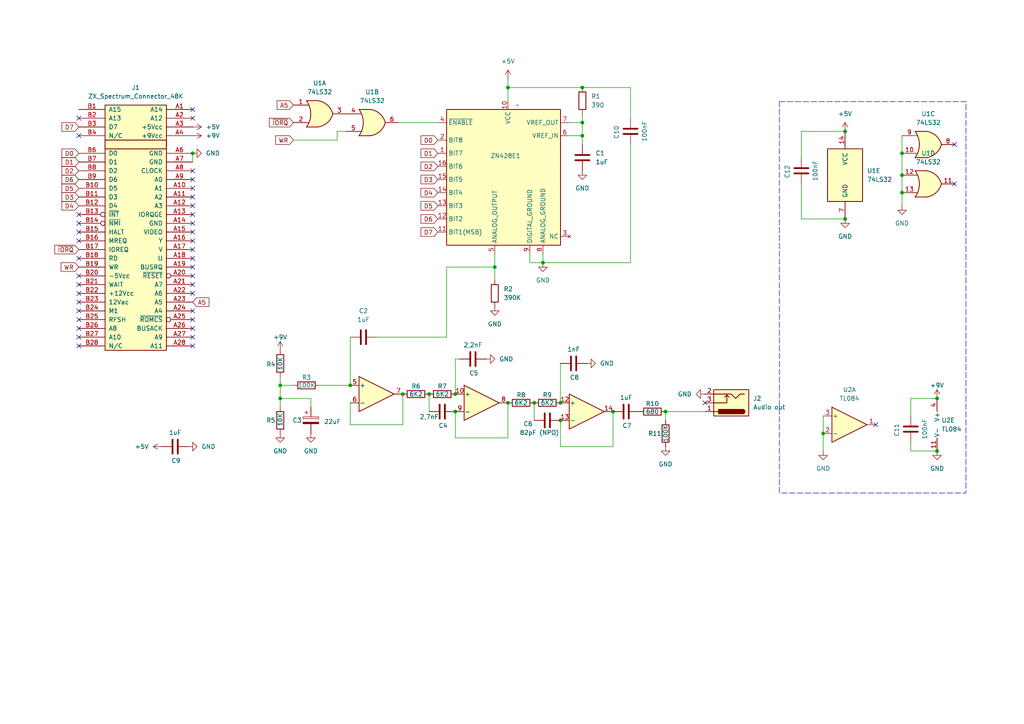
<source format=kicad_sch>
(kicad_sch (version 20231120) (generator "eeschema") (generator_version "8.0")
  (paper "A4")
  (title_block (title "ZX Spectrum - Specdrum Interface re-created") (date "2025-02-27") (rev "1.1"))
  (lib_symbols
    (symbol "74xx:74LS32" (pin_names (offset 1.016))
      (property "Reference" "U" (at 0 1.27 0))
      (property "Value" "74LS32" (at 0 -1.27 0))
      (symbol "74LS32_1_1"
        (arc (start -3.81 -3.81) (mid -2.589 0) (end -3.81 3.81) (stroke (width 0.254)))
        (arc (start -0.6096 -3.81) (mid 2.1842 -2.5851) (end 3.81 0) (stroke (width 0.254)) (fill (type background)))
        (polyline (pts (xy -3.81 -3.81) (xy -0.635 -3.81)) (stroke (width 0.254)) (fill (type background)))
        (polyline (pts (xy -3.81 3.81) (xy -0.635 3.81)) (stroke (width 0.254)) (fill (type background)))
        (polyline (pts (xy -0.635 3.81) (xy -3.81 3.81) (xy -3.81 3.81) (xy -3.556 3.4036) (xy -3.0226 2.2606) (xy -2.6924 1.0414) (xy -2.6162 -0.254) (xy -2.7686 -1.4986) (xy -3.175 -2.7178) (xy -3.81 -3.81) (xy -3.81 -3.81) (xy -0.635 -3.81)) (stroke (width -25.4)) (fill (type background)))
        (arc (start 3.81 0) (mid 2.1915 2.5936) (end -0.6096 3.81) (stroke (width 0.254)) (fill (type background)))
        (pin input line (at -7.62 2.54 0) (length 4.318) (name "~") (number "1"))
        (pin input line (at -7.62 -2.54 0) (length 4.318) (name "~") (number "2"))
        (pin output line (at 7.62 0 180) (length 3.81) (name "~") (number "3"))
      )
      (symbol "74LS32_1_2"
        (arc (start 0 -3.81) (mid 3.7934 0) (end 0 3.81) (stroke (width 0.254)) (fill (type background)))
        (polyline (pts (xy 0 3.81) (xy -3.81 3.81) (xy -3.81 -3.81) (xy 0 -3.81)) (stroke (width 0.254)) (fill (type background)))
        (pin input inverted (at -7.62 2.54 0) (length 3.81) (name "~") (number "1"))
        (pin input inverted (at -7.62 -2.54 0) (length 3.81) (name "~") (number "2"))
        (pin output inverted (at 7.62 0 180) (length 3.81) (name "~") (number "3"))
      )
      (symbol "74LS32_2_1"
        (arc (start -3.81 -3.81) (mid -2.589 0) (end -3.81 3.81) (stroke (width 0.254)))
        (arc (start -0.6096 -3.81) (mid 2.1842 -2.5851) (end 3.81 0) (stroke (width 0.254)) (fill (type background)))
        (polyline (pts (xy -3.81 -3.81) (xy -0.635 -3.81)) (stroke (width 0.254)) (fill (type background)))
        (polyline (pts (xy -3.81 3.81) (xy -0.635 3.81)) (stroke (width 0.254)) (fill (type background)))
        (polyline (pts (xy -0.635 3.81) (xy -3.81 3.81) (xy -3.81 3.81) (xy -3.556 3.4036) (xy -3.0226 2.2606) (xy -2.6924 1.0414) (xy -2.6162 -0.254) (xy -2.7686 -1.4986) (xy -3.175 -2.7178) (xy -3.81 -3.81) (xy -3.81 -3.81) (xy -0.635 -3.81)) (stroke (width -25.4)) (fill (type background)))
        (arc (start 3.81 0) (mid 2.1915 2.5936) (end -0.6096 3.81) (stroke (width 0.254)) (fill (type background)))
        (pin input line (at -7.62 2.54 0) (length 4.318) (name "~") (number "4"))
        (pin input line (at -7.62 -2.54 0) (length 4.318) (name "~") (number "5"))
        (pin output line (at 7.62 0 180) (length 3.81) (name "~") (number "6"))
      )
      (symbol "74LS32_2_2"
        (arc (start 0 -3.81) (mid 3.7934 0) (end 0 3.81) (stroke (width 0.254)) (fill (type background)))
        (polyline (pts (xy 0 3.81) (xy -3.81 3.81) (xy -3.81 -3.81) (xy 0 -3.81)) (stroke (width 0.254)) (fill (type background)))
        (pin input inverted (at -7.62 2.54 0) (length 3.81) (name "~") (number "4"))
        (pin input inverted (at -7.62 -2.54 0) (length 3.81) (name "~") (number "5"))
        (pin output inverted (at 7.62 0 180) (length 3.81) (name "~") (number "6"))
      )
      (symbol "74LS32_3_1"
        (arc (start -3.81 -3.81) (mid -2.589 0) (end -3.81 3.81) (stroke (width 0.254)))
        (arc (start -0.6096 -3.81) (mid 2.1842 -2.5851) (end 3.81 0) (stroke (width 0.254)) (fill (type background)))
        (polyline (pts (xy -3.81 -3.81) (xy -0.635 -3.81)) (stroke (width 0.254)) (fill (type background)))
        (polyline (pts (xy -3.81 3.81) (xy -0.635 3.81)) (stroke (width 0.254)) (fill (type background)))
        (polyline (pts (xy -0.635 3.81) (xy -3.81 3.81) (xy -3.81 3.81) (xy -3.556 3.4036) (xy -3.0226 2.2606) (xy -2.6924 1.0414) (xy -2.6162 -0.254) (xy -2.7686 -1.4986) (xy -3.175 -2.7178) (xy -3.81 -3.81) (xy -3.81 -3.81) (xy -0.635 -3.81)) (stroke (width -25.4)) (fill (type background)))
        (arc (start 3.81 0) (mid 2.1915 2.5936) (end -0.6096 3.81) (stroke (width 0.254)) (fill (type background)))
        (pin input line (at -7.62 -2.54 0) (length 4.318) (name "~") (number "10"))
        (pin output line (at 7.62 0 180) (length 3.81) (name "~") (number "8"))
        (pin input line (at -7.62 2.54 0) (length 4.318) (name "~") (number "9"))
      )
      (symbol "74LS32_3_2"
        (arc (start 0 -3.81) (mid 3.7934 0) (end 0 3.81) (stroke (width 0.254)) (fill (type background)))
        (polyline (pts (xy 0 3.81) (xy -3.81 3.81) (xy -3.81 -3.81) (xy 0 -3.81)) (stroke (width 0.254)) (fill (type background)))
        (pin input inverted (at -7.62 -2.54 0) (length 3.81) (name "~") (number "10"))
        (pin output inverted (at 7.62 0 180) (length 3.81) (name "~") (number "8"))
        (pin input inverted (at -7.62 2.54 0) (length 3.81) (name "~") (number "9"))
      )
      (symbol "74LS32_4_1"
        (arc (start -3.81 -3.81) (mid -2.589 0) (end -3.81 3.81) (stroke (width 0.254)))
        (arc (start -0.6096 -3.81) (mid 2.1842 -2.5851) (end 3.81 0) (stroke (width 0.254)) (fill (type background)))
        (polyline (pts (xy -3.81 -3.81) (xy -0.635 -3.81)) (stroke (width 0.254)) (fill (type background)))
        (polyline (pts (xy -3.81 3.81) (xy -0.635 3.81)) (stroke (width 0.254)) (fill (type background)))
        (polyline (pts (xy -0.635 3.81) (xy -3.81 3.81) (xy -3.81 3.81) (xy -3.556 3.4036) (xy -3.0226 2.2606) (xy -2.6924 1.0414) (xy -2.6162 -0.254) (xy -2.7686 -1.4986) (xy -3.175 -2.7178) (xy -3.81 -3.81) (xy -3.81 -3.81) (xy -0.635 -3.81)) (stroke (width -25.4)) (fill (type background)))
        (arc (start 3.81 0) (mid 2.1915 2.5936) (end -0.6096 3.81) (stroke (width 0.254)) (fill (type background)))
        (pin output line (at 7.62 0 180) (length 3.81) (name "~") (number "11"))
        (pin input line (at -7.62 2.54 0) (length 4.318) (name "~") (number "12"))
        (pin input line (at -7.62 -2.54 0) (length 4.318) (name "~") (number "13"))
      )
      (symbol "74LS32_4_2"
        (arc (start 0 -3.81) (mid 3.7934 0) (end 0 3.81) (stroke (width 0.254)) (fill (type background)))
        (polyline (pts (xy 0 3.81) (xy -3.81 3.81) (xy -3.81 -3.81) (xy 0 -3.81)) (stroke (width 0.254)) (fill (type background)))
        (pin output inverted (at 7.62 0 180) (length 3.81) (name "~") (number "11"))
        (pin input inverted (at -7.62 2.54 0) (length 3.81) (name "~") (number "12"))
        (pin input inverted (at -7.62 -2.54 0) (length 3.81) (name "~") (number "13"))
      )
      (symbol "74LS32_5_0"
        (pin power_in line (at 0 12.7 270) (length 5.08) (name "VCC") (number "14"))
        (pin power_in line (at 0 -12.7 90) (length 5.08) (name "GND") (number "7"))
      )
      (symbol "74LS32_5_1"
        (rectangle (start -5.08 7.62) (end 5.08 -7.62) (stroke (width 0.254)) (fill (type background)))
      )
    )
    (symbol "Amplifier_Operational:TL084" (pin_names (offset 0.127))
      (property "Reference" "U" (at 0 5.08 0))
      (property "Value" "TL084" (at 0 -5.08 0))
      (symbol "TL084_1_1"
        (polyline (pts (xy -5.08 5.08) (xy 5.08 0) (xy -5.08 -5.08) (xy -5.08 5.08)) (stroke (width 0.254)) (fill (type background)))
        (pin output line (at 7.62 0 180) (length 2.54) (name "~") (number "1"))
        (pin input line (at -7.62 -2.54 0) (length 2.54) (name "-") (number "2"))
        (pin input line (at -7.62 2.54 0) (length 2.54) (name "+") (number "3"))
      )
      (symbol "TL084_2_1"
        (polyline (pts (xy -5.08 5.08) (xy 5.08 0) (xy -5.08 -5.08) (xy -5.08 5.08)) (stroke (width 0.254)) (fill (type background)))
        (pin input line (at -7.62 2.54 0) (length 2.54) (name "+") (number "5"))
        (pin input line (at -7.62 -2.54 0) (length 2.54) (name "-") (number "6"))
        (pin output line (at 7.62 0 180) (length 2.54) (name "~") (number "7"))
      )
      (symbol "TL084_3_1"
        (polyline (pts (xy -5.08 5.08) (xy 5.08 0) (xy -5.08 -5.08) (xy -5.08 5.08)) (stroke (width 0.254)) (fill (type background)))
        (pin input line (at -7.62 2.54 0) (length 2.54) (name "+") (number "10"))
        (pin output line (at 7.62 0 180) (length 2.54) (name "~") (number "8"))
        (pin input line (at -7.62 -2.54 0) (length 2.54) (name "-") (number "9"))
      )
      (symbol "TL084_4_1"
        (polyline (pts (xy -5.08 5.08) (xy 5.08 0) (xy -5.08 -5.08) (xy -5.08 5.08)) (stroke (width 0.254)) (fill (type background)))
        (pin input line (at -7.62 2.54 0) (length 2.54) (name "+") (number "12"))
        (pin input line (at -7.62 -2.54 0) (length 2.54) (name "-") (number "13"))
        (pin output line (at 7.62 0 180) (length 2.54) (name "~") (number "14"))
      )
      (symbol "TL084_5_1"
        (pin power_in line (at -2.54 -7.62 90) (length 3.81) (name "V-") (number "11"))
        (pin power_in line (at -2.54 7.62 270) (length 3.81) (name "V+") (number "4"))
      )
    )
    (symbol "Device:C" (pin_numbers hide) (pin_names (offset 0.254))
      (property "Reference" "C" (at 0.635 2.54 0))
      (property "Value" "C" (at 0.635 -2.54 0))
      (symbol "C_0_1"
        (polyline (pts (xy -2.032 -0.762) (xy 2.032 -0.762)) (stroke (width 0.508)))
        (polyline (pts (xy -2.032 0.762) (xy 2.032 0.762)) (stroke (width 0.508)))
      )
      (symbol "C_1_1"
        (pin passive line (at 0 3.81 270) (length 2.794) (name "~") (number "1"))
        (pin passive line (at 0 -3.81 90) (length 2.794) (name "~") (number "2"))
      )
    )
    (symbol "Device:C_Polarized" (pin_numbers hide) (pin_names (offset 0.254))
      (property "Reference" "C" (at 0.635 2.54 0))
      (property "Value" "C_Polarized" (at 0.635 -2.54 0))
      (symbol "C_Polarized_0_1"
        (rectangle (start -2.286 0.508) (end 2.286 1.016))
        (polyline (pts (xy -1.778 2.286) (xy -0.762 2.286)))
        (polyline (pts (xy -1.27 2.794) (xy -1.27 1.778)))
        (rectangle (start 2.286 -0.508) (end -2.286 -1.016) (fill (type outline)))
      )
      (symbol "C_Polarized_1_1"
        (pin passive line (at 0 3.81 270) (length 2.794) (name "~") (number "1"))
        (pin passive line (at 0 -3.81 90) (length 2.794) (name "~") (number "2"))
      )
    )
    (symbol "Device:R" (pin_numbers hide) (pin_names (offset 0))
      (property "Reference" "R" (at 2.032 0 90))
      (property "Value" "R" (at 0 0 90))
      (symbol "R_0_1"
        (rectangle (start -1.016 -2.54) (end 1.016 2.54) (stroke (width 0.254)))
      )
      (symbol "R_1_1"
        (pin passive line (at 0 3.81 270) (length 1.27) (name "~") (number "1"))
        (pin passive line (at 0 -3.81 90) (length 1.27) (name "~") (number "2"))
      )
    )
    (symbol "ZXINFO_SYMBOL:Barrel_Jack_Switch" (pin_names hide)
      (property "Reference" "J2" (at -1.27 5.08 90))
      (property "Value" "Input (MIC)" (at 1.27 5.08 90))
      (symbol "Barrel_Jack_Switch_0_1"
        (rectangle (start -5.08 3.81) (end 5.08 -3.81) (stroke (width 0.254)) (fill (type background)))
        (arc (start -3.302 3.175) (mid -3.9343 2.54) (end -3.302 1.905) (stroke (width 0.254)))
        (arc (start -3.302 3.175) (mid -3.9343 2.54) (end -3.302 1.905) (stroke (width 0.254)) (fill (type outline)))
        (polyline (pts (xy 1.27 -2.286) (xy 1.905 -1.651)) (stroke (width 0.254)))
        (polyline (pts (xy 5.08 2.54) (xy 3.81 2.54)) (stroke (width 0.254)))
        (polyline (pts (xy 5.08 0) (xy 1.27 0) (xy 1.27 -2.286) (xy 0.635 -1.651)) (stroke (width 0.254)))
        (polyline (pts (xy -3.81 -2.54) (xy -2.54 -2.54) (xy -1.27 -1.27) (xy 0 -2.54) (xy 2.54 -2.54) (xy 5.08 -2.54)) (stroke (width 0.254)))
        (rectangle (start 3.683 3.175) (end -3.302 1.905) (stroke (width 0.254)) (fill (type outline)))
      )
      (symbol "Barrel_Jack_Switch_1_1"
        (pin passive line (at 7.62 2.54 180) (length 2.54) (name "~") (number "1"))
        (pin passive line (at 7.62 -2.54 180) (length 2.54) (name "~") (number "2"))
        (pin passive line (at 7.62 0 180) (length 2.54) (name "~") (number "3"))
      )
    )
    (symbol "ZXINFO_SYMBOL:ZN428E8"
      (property "Reference" "ZN428E8" (at -12.446 -28.448 0))
      (symbol "ZN428E8_0_1"
        (rectangle (start -17.78 13.97) (end 15.24 -25.4) (stroke (width 0.254)) (fill (type background)))
      )
      (symbol "ZN428E8_1_0"
        (pin input line (at -20.32 1.27 0) (length 2.54) (name "BIT7") (number "1"))
        (pin input line (at -20.32 -2.54 0) (length 2.54) (name "BIT6") (number "16"))
        (pin power_in line (at 10.16 -27.94 90) (length 2.54) (name "ANALOG_GROUND") (number "8"))
        (pin passive line (at 6.35 -27.94 90) (length 2.54) (name "DIGITAL_GROUND") (number "9"))
      )
      (symbol "ZN428E8_1_1"
        (pin power_in line (at 0 16.51 270) (length 2.54) (name "VCC") (number "10"))
        (pin input line (at -20.32 -21.59 0) (length 2.54) (name "BIT1(MSB)") (number "11"))
        (pin input line (at -20.32 -17.78 0) (length 2.54) (name "BIT2") (number "12"))
        (pin input line (at -20.32 -13.97 0) (length 2.54) (name "BIT3") (number "13"))
        (pin input line (at -20.32 -10.16 0) (length 2.54) (name "BIT4") (number "14"))
        (pin input line (at -20.32 -6.35 0) (length 2.54) (name "BIT5") (number "15"))
        (pin input line (at -20.32 5.08 0) (length 2.54) (name "BIT8") (number "2"))
        (pin no_connect line (at 17.78 -22.86 180) (length 2.54) (name "NC") (number "3"))
        (pin input line (at -20.32 10.16 0) (length 2.54) (name "~{ENABLE}") (number "4"))
        (pin output line (at -3.81 -27.94 90) (length 2.54) (name "ANALOG_OUTPUT") (number "5"))
        (pin input line (at 17.78 6.35 180) (length 2.54) (name "VREF_IN") (number "6"))
        (pin output line (at 17.78 10.16 180) (length 2.54) (name "VREF_OUT") (number "7"))
      )
    )
    (symbol "ZXINFO_SYMBOL:ZX_Spectrum_Connector_48K" (pin_names (offset 1.016))
      (property "Reference" "J1" (at 0 40.64 0))
      (property "Value" "ZX_Spectrum_Connector_48K" (at 0 38.1 0))
      (symbol "ZX_Spectrum_Connector_48K_1_1"
        (rectangle (start -8.89 25.4) (end 8.89 22.86) (stroke (width 0.254)))
        (rectangle (start -8.89 35.56) (end 8.89 -35.56) (stroke (width 0.254)) (fill (type background)))
        (pin bidirectional line (at 16.51 34.29 180) (length 7.62) (name "A14") (number "A1"))
        (pin bidirectional line (at 16.51 11.43 180) (length 7.62) (name "A1") (number "A10"))
        (pin bidirectional line (at 16.51 8.89 180) (length 7.62) (name "A2") (number "A11"))
        (pin bidirectional line (at 16.51 6.35 180) (length 7.62) (name "A3") (number "A12"))
        (pin bidirectional line (at 16.51 3.81 180) (length 7.62) (name "IORQGE") (number "A13"))
        (pin bidirectional line (at 16.51 1.27 180) (length 7.62) (name "GND") (number "A14"))
        (pin bidirectional line (at 16.51 -1.27 180) (length 7.62) (name "VIDEO") (number "A15"))
        (pin bidirectional line (at 16.51 -3.81 180) (length 7.62) (name "Y") (number "A16"))
        (pin bidirectional line (at 16.51 -6.35 180) (length 7.62) (name "V") (number "A17"))
        (pin bidirectional line (at 16.51 -8.89 180) (length 7.62) (name "U") (number "A18"))
        (pin bidirectional line (at 16.51 -11.43 180) (length 7.62) (name "BUSRQ") (number "A19"))
        (pin bidirectional line (at 16.51 31.75 180) (length 7.62) (name "A12") (number "A2"))
        (pin bidirectional inverted (at 16.51 -13.97 180) (length 7.62) (name "~{RESET}") (number "A20"))
        (pin bidirectional line (at 16.51 -16.51 180) (length 7.62) (name "A7") (number "A21"))
        (pin bidirectional line (at 16.51 -19.05 180) (length 7.62) (name "A6") (number "A22"))
        (pin bidirectional line (at 16.51 -21.59 180) (length 7.62) (name "A5") (number "A23"))
        (pin bidirectional line (at 16.51 -24.13 180) (length 7.62) (name "A4") (number "A24"))
        (pin bidirectional inverted (at 16.51 -26.67 180) (length 7.62) (name "~{ROMCS}") (number "A25"))
        (pin bidirectional line (at 16.51 -29.21 180) (length 7.62) (name "BUSACK") (number "A26"))
        (pin bidirectional line (at 16.51 -31.75 180) (length 7.62) (name "A9") (number "A27"))
        (pin bidirectional line (at 16.51 -34.29 180) (length 7.62) (name "A11") (number "A28"))
        (pin bidirectional line (at 16.51 29.21 180) (length 7.62) (name "+5Vcc") (number "A3"))
        (pin bidirectional line (at 16.51 26.67 180) (length 7.62) (name "+9Vcc") (number "A4"))
        (pin bidirectional line (at 16.51 21.59 180) (length 7.62) (name "GND") (number "A6"))
        (pin bidirectional line (at 16.51 19.05 180) (length 7.62) (name "GND") (number "A7"))
        (pin bidirectional line (at 16.51 16.51 180) (length 7.62) (name "CLOCK") (number "A8"))
        (pin bidirectional line (at 16.51 13.97 180) (length 7.62) (name "A0") (number "A9"))
        (pin bidirectional line (at -16.51 34.29 0) (length 7.62) (name "A15") (number "B1"))
        (pin bidirectional line (at -16.51 11.43 0) (length 7.62) (name "D5") (number "B10"))
        (pin bidirectional line (at -16.51 8.89 0) (length 7.62) (name "D3") (number "B11"))
        (pin bidirectional line (at -16.51 6.35 0) (length 7.62) (name "D4") (number "B12"))
        (pin bidirectional inverted (at -16.51 3.81 0) (length 7.62) (name "~{INT}") (number "B13"))
        (pin bidirectional inverted (at -16.51 1.27 0) (length 7.62) (name "~{NMI}") (number "B14"))
        (pin bidirectional line (at -16.51 -1.27 0) (length 7.62) (name "HALT") (number "B15"))
        (pin bidirectional line (at -16.51 -3.81 0) (length 7.62) (name "MREQ") (number "B16"))
        (pin bidirectional line (at -16.51 -6.35 0) (length 7.62) (name "IOREQ") (number "B17"))
        (pin bidirectional line (at -16.51 -8.89 0) (length 7.62) (name "RD") (number "B18"))
        (pin bidirectional line (at -16.51 -11.43 0) (length 7.62) (name "WR") (number "B19"))
        (pin bidirectional line (at -16.51 31.75 0) (length 7.62) (name "A13") (number "B2"))
        (pin bidirectional line (at -16.51 -13.97 0) (length 7.62) (name "-5Vcc") (number "B20"))
        (pin bidirectional line (at -16.51 -16.51 0) (length 7.62) (name "WAIT") (number "B21"))
        (pin bidirectional line (at -16.51 -19.05 0) (length 7.62) (name "+12Vcc") (number "B22"))
        (pin bidirectional line (at -16.51 -21.59 0) (length 7.62) (name "12Vac") (number "B23"))
        (pin bidirectional line (at -16.51 -24.13 0) (length 7.62) (name "M1") (number "B24"))
        (pin bidirectional line (at -16.51 -26.67 0) (length 7.62) (name "RFSH") (number "B25"))
        (pin bidirectional line (at -16.51 -29.21 0) (length 7.62) (name "A8") (number "B26"))
        (pin bidirectional line (at -16.51 -31.75 0) (length 7.62) (name "A10") (number "B27"))
        (pin unspecified line (at -16.51 -34.29 0) (length 7.62) (name "N/C") (number "B28"))
        (pin bidirectional line (at -16.51 29.21 0) (length 7.62) (name "D7") (number "B3"))
        (pin unspecified line (at -16.51 26.67 0) (length 7.62) (name "N/C") (number "B4"))
        (pin bidirectional line (at -16.51 21.59 0) (length 7.62) (name "D0") (number "B6"))
        (pin bidirectional line (at -16.51 19.05 0) (length 7.62) (name "D1") (number "B7"))
        (pin bidirectional line (at -16.51 16.51 0) (length 7.62) (name "D2") (number "B8"))
        (pin bidirectional line (at -16.51 13.97 0) (length 7.62) (name "D6") (number "B9"))
      )
    )
    (symbol "power:+5V" (power) (pin_numbers hide) (pin_names (offset 0) hide)
      (property "Value" "+5V" (at 0 3.556 0))
      (symbol "+5V_0_1"
        (polyline (pts (xy -0.762 1.27) (xy 0 2.54)))
        (polyline (pts (xy 0 0) (xy 0 2.54)))
        (polyline (pts (xy 0 2.54) (xy 0.762 1.27)))
      )
      (symbol "+5V_1_1"
        (pin power_in line (at 0 0 90) (length 0) (name "~") (number "1"))
      )
    )
    (symbol "power:+9V" (power) (pin_numbers hide) (pin_names (offset 0) hide)
      (property "Value" "+9V" (at 0 3.556 0))
      (symbol "+9V_0_1"
        (polyline (pts (xy -0.762 1.27) (xy 0 2.54)))
        (polyline (pts (xy 0 0) (xy 0 2.54)))
        (polyline (pts (xy 0 2.54) (xy 0.762 1.27)))
      )
      (symbol "+9V_1_1"
        (pin power_in line (at 0 0 90) (length 0) (name "~") (number "1"))
      )
    )
    (symbol "power:GND" (power) (pin_numbers hide) (pin_names (offset 0) hide)
      (property "Value" "GND" (at 0 -3.81 0))
      (symbol "GND_0_1"
        (polyline (pts (xy 0 0) (xy 0 -1.27) (xy 1.27 -1.27) (xy 0 -2.54) (xy -1.27 -1.27) (xy 0 -1.27)))
      )
      (symbol "GND_1_1"
        (pin power_in line (at 0 0 270) (length 0) (name "~") (number "1"))
      )
    )
  )
  (junction (at 116.84 114.3))
  (junction (at 101.6 111.76))
  (junction (at 55.88 44.45))
  (junction (at 245.11 63.5))
  (junction (at 261.62 44.45))
  (junction (at 168.91 39.37))
  (junction (at 168.91 25.4))
  (junction (at 143.51 77.47))
  (junction (at 168.91 35.56))
  (junction (at 81.28 115.57))
  (junction (at 81.28 111.76))
  (junction (at 271.78 130.81))
  (junction (at 261.62 50.8))
  (junction (at 147.32 25.4))
  (junction (at 147.32 116.84))
  (junction (at 261.62 55.88))
  (junction (at 124.46 114.3))
  (junction (at 157.48 76.2))
  (junction (at 162.56 121.92))
  (junction (at 245.11 38.1))
  (junction (at 271.78 115.57))
  (junction (at 238.76 125.73))
  (junction (at 193.04 119.38))
  (junction (at 162.56 116.84))
  (junction (at 177.8 119.38))
  (junction (at 132.08 114.3))
  (junction (at 154.94 116.84))
  (junction (at 132.08 119.38))
  (no_connect (at 55.88 54.61))
  (no_connect (at 22.86 97.79))
  (no_connect (at 22.86 39.37))
  (no_connect (at 55.88 52.07))
  (no_connect (at 55.88 80.01))
  (no_connect (at 254 123.19))
  (no_connect (at 276.86 41.91))
  (no_connect (at 55.88 69.85))
  (no_connect (at 55.88 57.15))
  (no_connect (at 22.86 67.31))
  (no_connect (at 22.86 80.01))
  (no_connect (at 22.86 82.55))
  (no_connect (at 276.86 53.34))
  (no_connect (at 55.88 62.23))
  (no_connect (at 55.88 92.71))
  (no_connect (at 22.86 69.85))
  (no_connect (at 22.86 85.09))
  (no_connect (at 55.88 74.93))
  (no_connect (at 55.88 97.79))
  (no_connect (at 22.86 95.25))
  (no_connect (at 55.88 82.55))
  (no_connect (at 55.88 85.09))
  (no_connect (at 55.88 100.33))
  (no_connect (at 55.88 67.31))
  (no_connect (at 22.86 34.29))
  (no_connect (at 55.88 31.75))
  (no_connect (at 22.86 100.33))
  (no_connect (at 22.86 87.63))
  (no_connect (at 55.88 90.17))
  (no_connect (at 55.88 72.39))
  (no_connect (at 22.86 62.23))
  (no_connect (at 55.88 64.77))
  (no_connect (at 55.88 49.53))
  (no_connect (at 55.88 34.29))
  (no_connect (at 55.88 95.25))
  (no_connect (at 22.86 90.17))
  (no_connect (at 55.88 59.69))
  (no_connect (at 204.47 116.84))
  (no_connect (at 22.86 92.71))
  (no_connect (at 22.86 64.77))
  (no_connect (at 55.88 77.47))
  (no_connect (at 22.86 74.93))
  (wire (pts (xy 101.6 97.79) (xy 101.6 111.76)))
  (wire (pts (xy 124.46 114.3) (xy 124.46 119.38)))
  (wire (pts (xy 97.79 38.1) (xy 100.33 38.1)))
  (wire (pts (xy 55.88 44.45) (xy 55.88 46.99)))
  (wire (pts (xy 97.79 40.64) (xy 97.79 38.1)))
  (wire (pts (xy 245.11 38.1) (xy 232.41 38.1)))
  (wire (pts (xy 132.08 104.14) (xy 132.08 114.3)))
  (wire (pts (xy 92.71 111.76) (xy 101.6 111.76)))
  (wire (pts (xy 232.41 38.1) (xy 232.41 45.72)))
  (wire (pts (xy 261.62 50.8) (xy 261.62 55.88)))
  (wire (pts (xy 85.09 40.64) (xy 97.79 40.64)))
  (wire (pts (xy 168.91 33.02) (xy 168.91 35.56)))
  (wire (pts (xy 157.48 73.66) (xy 157.48 76.2)))
  (wire (pts (xy 109.22 97.79) (xy 129.54 97.79)))
  (wire (pts (xy 81.28 111.76) (xy 85.09 111.76)))
  (wire (pts (xy 147.32 25.4) (xy 147.32 29.21)))
  (wire (pts (xy 129.54 77.47) (xy 143.51 77.47)))
  (wire (pts (xy 261.62 55.88) (xy 261.62 59.69)))
  (wire (pts (xy 81.28 115.57) (xy 81.28 118.11)))
  (wire (pts (xy 143.51 73.66) (xy 143.51 77.47)))
  (wire (pts (xy 157.48 76.2) (xy 182.88 76.2)))
  (wire (pts (xy 168.91 25.4) (xy 182.88 25.4)))
  (wire (pts (xy 177.8 119.38) (xy 177.8 129.54)))
  (wire (pts (xy 147.32 25.4) (xy 168.91 25.4)))
  (wire (pts (xy 238.76 125.73) (xy 238.76 130.81)))
  (wire (pts (xy 147.32 116.84) (xy 147.32 127)))
  (wire (pts (xy 147.32 22.86) (xy 147.32 25.4)))
  (wire (pts (xy 133.35 104.14) (xy 132.08 104.14)))
  (wire (pts (xy 81.28 115.57) (xy 90.17 115.57)))
  (wire (pts (xy 153.67 73.66) (xy 153.67 76.2)))
  (wire (pts (xy 264.16 128.27) (xy 264.16 130.81)))
  (wire (pts (xy 182.88 34.29) (xy 182.88 25.4)))
  (wire (pts (xy 101.6 116.84) (xy 101.6 123.19)))
  (wire (pts (xy 116.84 114.3) (xy 116.84 123.19)))
  (wire (pts (xy 143.51 77.47) (xy 143.51 81.28)))
  (wire (pts (xy 81.28 111.76) (xy 81.28 115.57)))
  (wire (pts (xy 101.6 123.19) (xy 116.84 123.19)))
  (wire (pts (xy 162.56 121.92) (xy 162.56 129.54)))
  (wire (pts (xy 238.76 120.65) (xy 238.76 125.73)))
  (wire (pts (xy 193.04 119.38) (xy 204.47 119.38)))
  (wire (pts (xy 264.16 130.81) (xy 271.78 130.81)))
  (wire (pts (xy 162.56 129.54) (xy 177.8 129.54)))
  (wire (pts (xy 165.1 39.37) (xy 168.91 39.37)))
  (wire (pts (xy 232.41 53.34) (xy 232.41 63.5)))
  (wire (pts (xy 182.88 41.91) (xy 182.88 76.2)))
  (wire (pts (xy 154.94 116.84) (xy 154.94 121.92)))
  (wire (pts (xy 261.62 44.45) (xy 261.62 50.8)))
  (wire (pts (xy 162.56 105.41) (xy 162.56 116.84)))
  (wire (pts (xy 132.08 127) (xy 147.32 127)))
  (wire (pts (xy 232.41 63.5) (xy 245.11 63.5)))
  (wire (pts (xy 261.62 39.37) (xy 261.62 44.45)))
  (wire (pts (xy 115.57 35.56) (xy 127 35.56)))
  (wire (pts (xy 264.16 115.57) (xy 271.78 115.57)))
  (wire (pts (xy 129.54 97.79) (xy 129.54 77.47)))
  (wire (pts (xy 153.67 76.2) (xy 157.48 76.2)))
  (wire (pts (xy 165.1 35.56) (xy 168.91 35.56)))
  (wire (pts (xy 81.28 109.22) (xy 81.28 111.76)))
  (wire (pts (xy 168.91 35.56) (xy 168.91 39.37)))
  (wire (pts (xy 132.08 119.38) (xy 132.08 127)))
  (wire (pts (xy 90.17 118.11) (xy 90.17 115.57)))
  (wire (pts (xy 193.04 121.92) (xy 193.04 119.38)))
  (wire (pts (xy 264.16 120.65) (xy 264.16 115.57)))
  (wire (pts (xy 168.91 39.37) (xy 168.91 41.91)))
  (rectangle (start 226.06 29.464) (end 280.162 143.002) (stroke (width 0) (type dash)))
  (global_label "D3" (shape input) (at 22.86 57.15 180) (property "Intersheetrefs" "${INTERSHEET_REFS}" (effects (hide yes))))
  (global_label "D0" (shape input) (at 127 40.64 180) (property "Intersheetrefs" "${INTERSHEET_REFS}" (effects (hide yes))))
  (global_label "D6" (shape input) (at 22.86 52.07 180) (property "Intersheetrefs" "${INTERSHEET_REFS}" (effects (hide yes))))
  (global_label "D6" (shape input) (at 127 63.5 180) (property "Intersheetrefs" "${INTERSHEET_REFS}" (effects (hide yes))))
  (global_label "D5" (shape input) (at 127 59.69 180) (property "Intersheetrefs" "${INTERSHEET_REFS}" (effects (hide yes))))
  (global_label "WR" (shape input) (at 85.09 40.64 180) (property "Intersheetrefs" "${INTERSHEET_REFS}" (effects (hide yes))))
  (global_label "A5" (shape input) (at 55.88 87.63 0) (property "Intersheetrefs" "${INTERSHEET_REFS}" (effects (hide yes))))
  (global_label "D1" (shape input) (at 22.86 46.99 180) (property "Intersheetrefs" "${INTERSHEET_REFS}" (effects (hide yes))))
  (global_label "D4" (shape input) (at 127 55.88 180) (property "Intersheetrefs" "${INTERSHEET_REFS}" (effects (hide yes))))
  (global_label "D2" (shape input) (at 127 48.26 180) (property "Intersheetrefs" "${INTERSHEET_REFS}" (effects (hide yes))))
  (global_label "D4" (shape input) (at 22.86 59.69 180) (property "Intersheetrefs" "${INTERSHEET_REFS}" (effects (hide yes))))
  (global_label "WR" (shape input) (at 22.86 77.47 180) (property "Intersheetrefs" "${INTERSHEET_REFS}" (effects (hide yes))))
  (global_label "D5" (shape input) (at 22.86 54.61 180) (property "Intersheetrefs" "${INTERSHEET_REFS}" (effects (hide yes))))
  (global_label "D7" (shape input) (at 127 67.31 180) (property "Intersheetrefs" "${INTERSHEET_REFS}" (effects (hide yes))))
  (global_label "~{IORQ}" (shape input) (at 22.86 72.39 180) (property "Intersheetrefs" "${INTERSHEET_REFS}" (effects (hide yes))))
  (global_label "D2" (shape input) (at 22.86 49.53 180) (property "Intersheetrefs" "${INTERSHEET_REFS}" (effects (hide yes))))
  (global_label "D3" (shape input) (at 127 52.07 180) (property "Intersheetrefs" "${INTERSHEET_REFS}" (effects (hide yes))))
  (global_label "A5" (shape input) (at 85.09 30.48 180) (property "Intersheetrefs" "${INTERSHEET_REFS}" (effects (hide yes))))
  (global_label "D7" (shape input) (at 22.86 36.83 180) (property "Intersheetrefs" "${INTERSHEET_REFS}" (effects (hide yes))))
  (global_label "D0" (shape input) (at 22.86 44.45 180) (property "Intersheetrefs" "${INTERSHEET_REFS}" (effects (hide yes))))
  (global_label "D1" (shape input) (at 127 44.45 180) (property "Intersheetrefs" "${INTERSHEET_REFS}" (effects (hide yes))))
  (global_label "~{IORQ}" (shape input) (at 85.09 35.56 180) (property "Intersheetrefs" "${INTERSHEET_REFS}" (effects (hide yes))))
  (symbol (lib_id "power:GND") (at 271.78 130.81 0) (unit 1)
    (property "Reference" "#PWR012" (effects (hide yes)))
    (property "Value" "GND" (at 271.78 135.89 0))
    (property "Description" "Power symbol creates a global label with name \"GND\" , ground" (effects (hide yes)))
  )
  (symbol (lib_id "74xx:74LS32") (at 245.11 50.8 0) (unit 5)
    (property "Reference" "U1" (at 251.46 49.5299 0) (effects (justify left)))
    (property "Value" "74LS32" (at 251.46 52.0699 0) (effects (justify left)))
    (property "Footprint" "Package_DIP:DIP-14_W7.62mm_Socket" (effects (hide yes)))
    (property "Datasheet" "http://www.ti.com/lit/gpn/sn74LS32" (effects (hide yes)))
    (property "Description" "Quad 2-input OR" (effects (hide yes)))
  )
  (symbol (lib_id "ZXINFO_SYMBOL:ZX_Spectrum_Connector_48K") (at 39.37 66.04 0) (unit 1)
    (property "Reference" "J1" (at 39.37 25.4 0))
    (property "Value" "ZX_Spectrum_Connector_48K" (at 39.37 27.94 0))
    (property "Footprint" "ZXINFO_FOOTPRINT:EDGE_ZX_SPECTRUM" (effects (hide yes)))
  )
  (symbol (lib_id "power:+9V") (at 81.28 101.6 0) (unit 1)
    (property "Reference" "#PWR020" (effects (hide yes)))
    (property "Value" "+9V" (at 81.28 97.79 0))
    (property "Description" "Power symbol creates a global label with name \"+9V\"" (effects (hide yes)))
  )
  (symbol (lib_id "power:GND") (at 193.04 129.54 0) (unit 1)
    (property "Reference" "#PWR016" (effects (hide yes)))
    (property "Value" "GND" (at 193.04 134.62 0))
    (property "Description" "Power symbol creates a global label with name \"GND\" , ground" (effects (hide yes)))
  )
  (symbol (lib_id "power:GND") (at 238.76 130.81 0) (unit 1)
    (property "Reference" "#PWR018" (effects (hide yes)))
    (property "Value" "GND" (at 238.76 135.89 0))
    (property "Description" "Power symbol creates a global label with name \"GND\" , ground" (effects (hide yes)))
  )
  (symbol (lib_id "Device:C") (at 158.75 121.92 90) (unit 1)
    (property "Reference" "C6" (at 153.162 122.936 90))
    (property "Value" "82pF (NPO)" (at 156.464 125.476 90))
    (property "Footprint" "Capacitor_THT:C_Disc_D4.3mm_W1.9mm_P5.00mm" (effects (hide yes)))
    (property "Description" "Unpolarized capacitor" (effects (hide yes)))
  )
  (symbol (lib_id "Device:C") (at 137.16 104.14 90) (unit 1)
    (property "Reference" "C5" (at 137.414 108.204 90))
    (property "Value" "2,2nF" (at 137.16 100.076 90))
    (property "Footprint" "Capacitor_THT:C_Disc_D3.0mm_W1.6mm_P2.50mm" (effects (hide yes)))
    (property "Description" "Unpolarized capacitor" (effects (hide yes)))
  )
  (symbol (lib_id "Device:C") (at 105.41 97.79 90) (unit 1)
    (property "Reference" "C2" (at 105.41 90.17 90))
    (property "Value" "1uF" (at 105.41 92.71 90))
    (property "Footprint" "Capacitor_THT:C_Disc_D4.3mm_W1.9mm_P5.00mm" (effects (hide yes)))
    (property "Description" "Unpolarized capacitor" (effects (hide yes)))
  )
  (symbol (lib_id "Device:R") (at 81.28 105.41 180) (unit 1)
    (property "Reference" "R4" (at 77.216 105.664 0) (effects (justify right)))
    (property "Value" "10K" (at 81.28 107.442 90) (effects (justify right)))
    (property "Footprint" "Resistor_THT:R_Axial_DIN0207_L6.3mm_D2.5mm_P10.16mm_Horizontal" (effects (hide yes)))
    (property "Description" "Resistor" (effects (hide yes)))
  )
  (symbol (lib_id "power:GND") (at 90.17 125.73 0) (unit 1)
    (property "Reference" "#PWR014" (effects (hide yes)))
    (property "Value" "GND" (at 90.17 130.81 0))
    (property "Description" "Power symbol creates a global label with name \"GND\" , ground" (effects (hide yes)))
  )
  (symbol (lib_id "Device:R") (at 168.91 29.21 0) (unit 1)
    (property "Reference" "R1" (at 171.45 27.9399 0) (effects (justify left)))
    (property "Value" "390" (at 171.45 30.4799 0) (effects (justify left)))
    (property "Footprint" "Resistor_THT:R_Axial_DIN0207_L6.3mm_D2.5mm_P10.16mm_Horizontal" (effects (hide yes)))
    (property "Description" "Resistor" (effects (hide yes)))
  )
  (symbol (lib_id "power:GND") (at 143.51 88.9 0) (unit 1)
    (property "Reference" "#PWR010" (effects (hide yes)))
    (property "Value" "GND" (at 143.51 93.98 0))
    (property "Description" "Power symbol creates a global label with name \"GND\" , ground" (effects (hide yes)))
  )
  (symbol (lib_id "Device:R") (at 128.27 114.3 90) (unit 1)
    (property "Reference" "R7" (at 128.27 112.014 90))
    (property "Value" "6K2" (at 128.27 114.3 90))
    (property "Footprint" "Resistor_THT:R_Axial_DIN0207_L6.3mm_D2.5mm_P10.16mm_Horizontal" (effects (hide yes)))
    (property "Description" "Resistor" (effects (hide yes)))
  )
  (symbol (lib_id "Device:R") (at 158.75 116.84 90) (unit 1)
    (property "Reference" "R9" (at 158.75 114.554 90))
    (property "Value" "6K2" (at 158.75 116.84 90))
    (property "Footprint" "Resistor_THT:R_Axial_DIN0207_L6.3mm_D2.5mm_P10.16mm_Horizontal" (effects (hide yes)))
    (property "Description" "Resistor" (effects (hide yes)))
  )
  (symbol (lib_id "power:GND") (at 140.97 104.14 90) (unit 1)
    (property "Reference" "#PWR015" (effects (hide yes)))
    (property "Value" "GND" (at 144.78 104.1399 90) (effects (justify right)))
    (property "Description" "Power symbol creates a global label with name \"GND\" , ground" (effects (hide yes)))
  )
  (symbol (lib_id "Amplifier_Operational:TL084") (at 109.22 114.3 0) (unit 2)
    (property "Reference" "U2" (effects (hide yes)))
    (property "Value" "TL084" (effects (hide yes)))
    (property "Footprint" "Package_DIP:DIP-14_W7.62mm_Socket" (effects (hide yes)))
    (property "Datasheet" "http://www.ti.com/lit/ds/symlink/tl081.pdf" (effects (hide yes)))
    (property "Description" "Quad JFET-Input Operational Amplifiers, DIP-14/SOIC-14/SSOP-14" (effects (hide yes)))
  )
  (symbol (lib_id "power:GND") (at 204.47 114.3 270) (unit 1)
    (property "Reference" "#PWR019" (effects (hide yes)))
    (property "Value" "GND" (at 200.66 114.2999 90) (effects (justify right)))
    (property "Description" "Power symbol creates a global label with name \"GND\" , ground" (effects (hide yes)))
  )
  (symbol (lib_id "power:+5V") (at 55.88 36.83 270) (unit 1)
    (property "Reference" "#PWR01" (effects (hide yes)))
    (property "Value" "+5V" (at 59.69 36.8299 90) (effects (justify left)))
    (property "Description" "Power symbol creates a global label with name \"+5V\"" (effects (hide yes)))
  )
  (symbol (lib_id "Device:C") (at 232.41 49.53 0) (unit 1)
    (property "Reference" "C12" (at 228.346 49.784 90))
    (property "Value" "100nF" (at 236.474 49.53 90))
    (property "Footprint" "Capacitor_THT:C_Disc_D3.0mm_W1.6mm_P2.50mm" (effects (hide yes)))
    (property "Description" "Unpolarized capacitor" (effects (hide yes)))
  )
  (symbol (lib_id "power:GND") (at 245.11 63.5 0) (unit 1)
    (property "Reference" "#PWR05" (effects (hide yes)))
    (property "Value" "GND" (at 245.11 68.58 0))
    (property "Description" "Power symbol creates a global label with name \"GND\" , ground" (effects (hide yes)))
  )
  (symbol (lib_id "Device:R") (at 120.65 114.3 90) (unit 1)
    (property "Reference" "R6" (at 120.65 112.014 90))
    (property "Value" "6K2" (at 120.65 114.3 90))
    (property "Footprint" "Resistor_THT:R_Axial_DIN0207_L6.3mm_D2.5mm_P10.16mm_Horizontal" (effects (hide yes)))
    (property "Description" "Resistor" (effects (hide yes)))
  )
  (symbol (lib_id "Device:C") (at 50.8 129.54 90) (unit 1)
    (property "Reference" "C9" (at 51.054 133.604 90))
    (property "Value" "1uF" (at 50.8 125.476 90))
    (property "Footprint" "Capacitor_THT:C_Disc_D4.3mm_W1.9mm_P5.00mm" (effects (hide yes)))
    (property "Description" "Unpolarized capacitor" (effects (hide yes)))
  )
  (symbol (lib_id "power:+9V") (at 55.88 39.37 270) (unit 1)
    (property "Reference" "#PWR02" (effects (hide yes)))
    (property "Value" "+9V" (at 59.69 39.3699 90) (effects (justify left)))
    (property "Description" "Power symbol creates a global label with name \"+9V\"" (effects (hide yes)))
  )
  (symbol (lib_id "74xx:74LS32") (at 107.95 35.56 0) (unit 2)
    (property "Reference" "U1" (at 107.95 26.67 0))
    (property "Value" "74LS32" (at 107.95 29.21 0))
    (property "Footprint" "Package_DIP:DIP-14_W7.62mm_Socket" (effects (hide yes)))
    (property "Datasheet" "http://www.ti.com/lit/gpn/sn74LS32" (effects (hide yes)))
    (property "Description" "Quad 2-input OR" (effects (hide yes)))
  )
  (symbol (lib_id "74xx:74LS32") (at 269.24 53.34 0) (unit 4)
    (property "Reference" "U1" (at 269.24 44.45 0))
    (property "Value" "74LS32" (at 269.24 46.99 0))
    (property "Footprint" "Package_DIP:DIP-14_W7.62mm_Socket" (effects (hide yes)))
    (property "Datasheet" "http://www.ti.com/lit/gpn/sn74LS32" (effects (hide yes)))
    (property "Description" "Quad 2-input OR" (effects (hide yes)))
  )
  (symbol (lib_id "power:GND") (at 54.61 129.54 90) (unit 1)
    (property "Reference" "#PWR022" (effects (hide yes)))
    (property "Value" "GND" (at 58.42 129.5399 90) (effects (justify right)))
    (property "Description" "Power symbol creates a global label with name \"GND\" , ground" (effects (hide yes)))
  )
  (symbol (lib_id "Amplifier_Operational:TL084") (at 139.7 116.84 0) (unit 3)
    (property "Reference" "U2" (effects (hide yes)))
    (property "Value" "TL084" (effects (hide yes)))
    (property "Footprint" "Package_DIP:DIP-14_W7.62mm_Socket" (effects (hide yes)))
    (property "Datasheet" "http://www.ti.com/lit/ds/symlink/tl081.pdf" (effects (hide yes)))
    (property "Description" "Quad JFET-Input Operational Amplifiers, DIP-14/SOIC-14/SSOP-14" (effects (hide yes)))
  )
  (symbol (lib_id "Device:C") (at 264.16 124.46 0) (unit 1)
    (property "Reference" "C11" (at 260.096 124.714 90))
    (property "Value" "100nF" (at 268.224 124.46 90))
    (property "Footprint" "Capacitor_THT:C_Disc_D3.0mm_W1.6mm_P2.50mm" (effects (hide yes)))
    (property "Description" "Unpolarized capacitor" (effects (hide yes)))
  )
  (symbol (lib_id "Amplifier_Operational:TL084") (at 246.38 123.19 0) (unit 1)
    (property "Reference" "U2" (at 246.38 113.03 0))
    (property "Value" "TL084" (at 246.38 115.57 0))
    (property "Footprint" "Package_DIP:DIP-14_W7.62mm_Socket" (effects (hide yes)))
    (property "Datasheet" "http://www.ti.com/lit/ds/symlink/tl081.pdf" (effects (hide yes)))
    (property "Description" "Quad JFET-Input Operational Amplifiers, DIP-14/SOIC-14/SSOP-14" (effects (hide yes)))
  )
  (symbol (lib_id "Device:C") (at 181.61 119.38 90) (unit 1)
    (property "Reference" "C7" (at 181.864 123.444 90))
    (property "Value" "1uF" (at 181.61 115.316 90))
    (property "Footprint" "Capacitor_THT:C_Disc_D4.3mm_W1.9mm_P5.00mm" (effects (hide yes)))
    (property "Description" "Unpolarized capacitor" (effects (hide yes)))
  )
  (symbol (lib_id "ZXINFO_SYMBOL:ZN428E8") (at 147.32 45.72 0) (unit 1)
    (property "Reference" "ZN428E1" (at 142.24 45.212 0) (effects (justify left)))
    (property "Value" "~" (at 149.5141 30.48 0) (effects (justify left)))
    (property "Footprint" "Package_DIP:DIP-16_W7.62mm_Socket" (effects (hide yes)))
  )
  (symbol (lib_id "Device:R") (at 81.28 121.92 180) (unit 1)
    (property "Reference" "R5" (at 77.216 121.92 0) (effects (justify right)))
    (property "Value" "10K" (at 81.28 123.698 90) (effects (justify right)))
    (property "Footprint" "Resistor_THT:R_Axial_DIN0207_L6.3mm_D2.5mm_P10.16mm_Horizontal" (effects (hide yes)))
    (property "Description" "Resistor" (effects (hide yes)))
  )
  (symbol (lib_id "Device:R") (at 88.9 111.76 90) (unit 1)
    (property "Reference" "R3" (at 88.9 109.474 90))
    (property "Value" "100K" (at 88.9 111.76 90))
    (property "Footprint" "Resistor_THT:R_Axial_DIN0207_L6.3mm_D2.5mm_P10.16mm_Horizontal" (effects (hide yes)))
    (property "Description" "Resistor" (effects (hide yes)))
  )
  (symbol (lib_id "power:GND") (at 157.48 76.2 0) (unit 1)
    (property "Reference" "#PWR07" (effects (hide yes)))
    (property "Value" "GND" (at 157.48 81.28 0))
    (property "Description" "Power symbol creates a global label with name \"GND\" , ground" (effects (hide yes)))
  )
  (symbol (lib_id "Device:C") (at 168.91 45.72 0) (unit 1)
    (property "Reference" "C1" (at 172.72 44.4499 0) (effects (justify left)))
    (property "Value" "1uF" (at 172.72 46.9899 0) (effects (justify left)))
    (property "Footprint" "Capacitor_THT:C_Disc_D4.3mm_W1.9mm_P5.00mm" (effects (hide yes)))
    (property "Description" "Unpolarized capacitor" (effects (hide yes)))
  )
  (symbol (lib_id "power:GND") (at 81.28 125.73 0) (unit 1)
    (property "Reference" "#PWR013" (effects (hide yes)))
    (property "Value" "GND" (at 81.28 130.81 0))
    (property "Description" "Power symbol creates a global label with name \"GND\" , ground" (effects (hide yes)))
  )
  (symbol (lib_id "Device:R") (at 193.04 125.73 180) (unit 1)
    (property "Reference" "R11" (at 187.96 125.73 0) (effects (justify right)))
    (property "Value" "100K" (at 193.04 128.27 90) (effects (justify right)))
    (property "Footprint" "Resistor_THT:R_Axial_DIN0207_L6.3mm_D2.5mm_P10.16mm_Horizontal" (effects (hide yes)))
    (property "Description" "Resistor" (effects (hide yes)))
  )
  (symbol (lib_id "Amplifier_Operational:TL084") (at 274.32 123.19 0) (unit 5)
    (property "Reference" "U2" (at 273.05 121.9199 0) (effects (justify left)))
    (property "Value" "TL084" (at 273.05 124.4599 0) (effects (justify left)))
    (property "Footprint" "Package_DIP:DIP-14_W7.62mm_Socket" (effects (hide yes)))
    (property "Datasheet" "http://www.ti.com/lit/ds/symlink/tl081.pdf" (effects (hide yes)))
    (property "Description" "Quad JFET-Input Operational Amplifiers, DIP-14/SOIC-14/SSOP-14" (effects (hide yes)))
  )
  (symbol (lib_id "Device:R") (at 151.13 116.84 90) (unit 1)
    (property "Reference" "R8" (at 151.13 114.554 90))
    (property "Value" "6K2" (at 151.13 116.84 90))
    (property "Footprint" "Resistor_THT:R_Axial_DIN0207_L6.3mm_D2.5mm_P10.16mm_Horizontal" (effects (hide yes)))
    (property "Description" "Resistor" (effects (hide yes)))
  )
  (symbol (lib_id "Amplifier_Operational:TL084") (at 170.18 119.38 0) (unit 4)
    (property "Reference" "U2" (effects (hide yes)))
    (property "Value" "TL084" (effects (hide yes)))
    (property "Footprint" "Package_DIP:DIP-14_W7.62mm_Socket" (effects (hide yes)))
    (property "Datasheet" "http://www.ti.com/lit/ds/symlink/tl081.pdf" (effects (hide yes)))
    (property "Description" "Quad JFET-Input Operational Amplifiers, DIP-14/SOIC-14/SSOP-14" (effects (hide yes)))
  )
  (symbol (lib_id "Device:R") (at 143.51 85.09 0) (unit 1)
    (property "Reference" "R2" (at 146.05 83.8199 0) (effects (justify left)))
    (property "Value" "390K" (at 146.05 86.3599 0) (effects (justify left)))
    (property "Footprint" "Resistor_THT:R_Axial_DIN0207_L6.3mm_D2.5mm_P10.16mm_Horizontal" (effects (hide yes)))
    (property "Description" "Resistor" (effects (hide yes)))
  )
  (symbol (lib_id "74xx:74LS32") (at 92.71 33.02 0) (unit 1)
    (property "Reference" "U1" (at 92.71 24.13 0))
    (property "Value" "74LS32" (at 92.71 26.67 0))
    (property "Footprint" "Package_DIP:DIP-14_W7.62mm_Socket" (effects (hide yes)))
    (property "Datasheet" "http://www.ti.com/lit/gpn/sn74LS32" (effects (hide yes)))
    (property "Description" "Quad 2-input OR" (effects (hide yes)))
  )
  (symbol (lib_id "power:+5V") (at 46.99 129.54 90) (unit 1)
    (property "Reference" "#PWR021" (effects (hide yes)))
    (property "Value" "+5V" (at 43.18 129.5399 90) (effects (justify left)))
    (property "Description" "Power symbol creates a global label with name \"+5V\"" (effects (hide yes)))
  )
  (symbol (lib_id "ZXINFO_SYMBOL:Barrel_Jack_Switch") (at 212.09 116.84 180) (unit 1)
    (property "Reference" "J2" (at 218.44 115.5699 0) (effects (justify right)))
    (property "Value" "Audio out" (at 218.44 118.1099 0) (effects (justify right)))
    (property "Footprint" "ZXINFO_FOOTPRINT:3.5mm mono jack chassis with switch" (effects (hide yes)))
  )
  (symbol (lib_id "power:+9V") (at 271.78 115.57 0) (unit 1)
    (property "Reference" "#PWR011" (effects (hide yes)))
    (property "Value" "+9V" (at 271.78 111.76 0))
    (property "Description" "Power symbol creates a global label with name \"+9V\"" (effects (hide yes)))
  )
  (symbol (lib_id "Device:C") (at 128.27 119.38 90) (unit 1)
    (property "Reference" "C4" (at 128.524 123.444 90))
    (property "Value" "2,7nF" (at 124.46 120.904 90))
    (property "Footprint" "Capacitor_THT:C_Disc_D3.0mm_W1.6mm_P2.50mm" (effects (hide yes)))
    (property "Description" "Unpolarized capacitor" (effects (hide yes)))
  )
  (symbol (lib_id "Device:C_Polarized") (at 90.17 121.92 0) (unit 1)
    (property "Reference" "C3" (at 84.836 121.92 0) (effects (justify left)))
    (property "Value" "22uF" (at 93.98 122.3009 0) (effects (justify left)))
    (property "Footprint" "Capacitor_THT:CP_Radial_D5.0mm_P2.50mm" (effects (hide yes)))
    (property "Description" "Polarized capacitor" (effects (hide yes)))
  )
  (symbol (lib_id "power:GND") (at 55.88 44.45 90) (unit 1)
    (property "Reference" "#PWR03" (effects (hide yes)))
    (property "Value" "GND" (at 59.69 44.4499 90) (effects (justify right)))
    (property "Description" "Power symbol creates a global label with name \"GND\" , ground" (effects (hide yes)))
  )
  (symbol (lib_id "power:+5V") (at 147.32 22.86 0) (unit 1)
    (property "Reference" "#PWR08" (effects (hide yes)))
    (property "Value" "+5V" (at 147.32 17.78 0))
    (property "Description" "Power symbol creates a global label with name \"+5V\"" (effects (hide yes)))
  )
  (symbol (lib_id "Device:C") (at 182.88 38.1 0) (unit 1)
    (property "Reference" "C10" (at 178.816 38.354 90))
    (property "Value" "100nF" (at 186.944 38.1 90))
    (property "Footprint" "Capacitor_THT:C_Disc_D3.0mm_W1.6mm_P2.50mm" (effects (hide yes)))
    (property "Description" "Unpolarized capacitor" (effects (hide yes)))
  )
  (symbol (lib_id "Device:C") (at 166.37 105.41 90) (unit 1)
    (property "Reference" "C8" (at 166.624 109.474 90))
    (property "Value" "1nF" (at 166.37 101.346 90))
    (property "Footprint" "Capacitor_THT:C_Disc_D3.0mm_W1.6mm_P2.50mm" (effects (hide yes)))
    (property "Description" "Unpolarized capacitor" (effects (hide yes)))
  )
  (symbol (lib_id "74xx:74LS32") (at 269.24 41.91 0) (unit 3)
    (property "Reference" "U1" (at 269.24 33.02 0))
    (property "Value" "74LS32" (at 269.24 35.56 0))
    (property "Footprint" "Package_DIP:DIP-14_W7.62mm_Socket" (effects (hide yes)))
    (property "Datasheet" "http://www.ti.com/lit/gpn/sn74LS32" (effects (hide yes)))
    (property "Description" "Quad 2-input OR" (effects (hide yes)))
  )
  (symbol (lib_id "Device:R") (at 189.23 119.38 90) (unit 1)
    (property "Reference" "R10" (at 189.23 117.094 90))
    (property "Value" "680" (at 189.23 119.38 90))
    (property "Footprint" "Resistor_THT:R_Axial_DIN0207_L6.3mm_D2.5mm_P10.16mm_Horizontal" (effects (hide yes)))
    (property "Description" "Resistor" (effects (hide yes)))
  )
  (symbol (lib_id "power:GND") (at 168.91 49.53 0) (unit 1)
    (property "Reference" "#PWR09" (effects (hide yes)))
    (property "Value" "GND" (at 168.91 54.61 0))
    (property "Description" "Power symbol creates a global label with name \"GND\" , ground" (effects (hide yes)))
  )
  (symbol (lib_id "power:GND") (at 170.18 105.41 90) (unit 1)
    (property "Reference" "#PWR017" (effects (hide yes)))
    (property "Value" "GND" (at 173.99 105.4099 90) (effects (justify right)))
    (property "Description" "Power symbol creates a global label with name \"GND\" , ground" (effects (hide yes)))
  )
  (symbol (lib_id "power:+5V") (at 245.11 38.1 0) (unit 1)
    (property "Reference" "#PWR06" (effects (hide yes)))
    (property "Value" "+5V" (at 245.11 33.02 0))
    (property "Description" "Power symbol creates a global label with name \"+5V\"" (effects (hide yes)))
  )
  (symbol (lib_id "power:GND") (at 261.62 59.69 0) (unit 1)
    (property "Reference" "#PWR04" (effects (hide yes)))
    (property "Value" "GND" (at 261.62 64.77 0))
    (property "Description" "Power symbol creates a global label with name \"GND\" , ground" (effects (hide yes)))
  )
)
</source>
